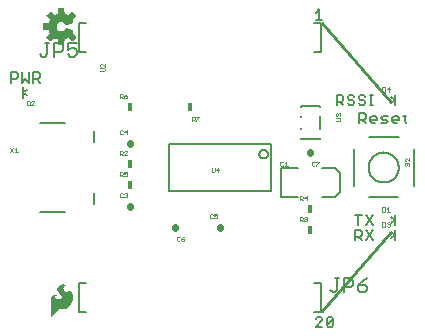
<source format=gbr>
G04 EAGLE Gerber RS-274X export*
G75*
%MOMM*%
%FSLAX34Y34*%
%LPD*%
%INSilkscreen Top*%
%IPPOS*%
%AMOC8*
5,1,8,0,0,1.08239X$1,22.5*%
G01*
%ADD10C,0.254000*%
%ADD11C,0.152400*%
%ADD12C,0.203200*%
%ADD13C,0.025400*%
%ADD14R,0.457200X0.762000*%
%ADD15C,0.558800*%
%ADD16C,0.127000*%

G36*
X57815Y243460D02*
X57815Y243460D01*
X57923Y243474D01*
X57935Y243480D01*
X57949Y243482D01*
X58045Y243534D01*
X58142Y243581D01*
X58152Y243591D01*
X58164Y243597D01*
X58238Y243677D01*
X58315Y243753D01*
X58321Y243765D01*
X58331Y243776D01*
X58376Y243874D01*
X58424Y243971D01*
X58428Y243989D01*
X58432Y243998D01*
X58434Y244019D01*
X58453Y244116D01*
X58896Y248467D01*
X60055Y248838D01*
X60073Y248848D01*
X60170Y248886D01*
X61252Y249443D01*
X64642Y246679D01*
X64736Y246625D01*
X64828Y246568D01*
X64841Y246565D01*
X64853Y246558D01*
X64960Y246537D01*
X65065Y246512D01*
X65079Y246514D01*
X65093Y246511D01*
X65200Y246526D01*
X65308Y246536D01*
X65321Y246542D01*
X65335Y246544D01*
X65432Y246592D01*
X65531Y246637D01*
X65544Y246648D01*
X65553Y246652D01*
X65568Y246668D01*
X65645Y246730D01*
X68230Y249315D01*
X68293Y249404D01*
X68359Y249489D01*
X68364Y249502D01*
X68372Y249514D01*
X68403Y249617D01*
X68439Y249720D01*
X68439Y249734D01*
X68443Y249747D01*
X68439Y249855D01*
X68440Y249964D01*
X68435Y249977D01*
X68435Y249991D01*
X68397Y250093D01*
X68362Y250195D01*
X68353Y250210D01*
X68349Y250219D01*
X68335Y250236D01*
X68281Y250318D01*
X65517Y253708D01*
X66074Y254790D01*
X66091Y254843D01*
X66117Y254892D01*
X66128Y254958D01*
X66149Y255022D01*
X66148Y255078D01*
X66157Y255132D01*
X66146Y255199D01*
X66145Y255266D01*
X66127Y255318D01*
X66118Y255373D01*
X66086Y255433D01*
X66063Y255496D01*
X66029Y255539D01*
X66003Y255589D01*
X65954Y255635D01*
X65912Y255687D01*
X65865Y255718D01*
X65825Y255756D01*
X65720Y255812D01*
X65707Y255820D01*
X65702Y255821D01*
X65695Y255825D01*
X60498Y257978D01*
X60398Y258001D01*
X60300Y258030D01*
X60280Y258029D01*
X60260Y258034D01*
X60158Y258024D01*
X60056Y258019D01*
X60037Y258012D01*
X60017Y258010D01*
X59924Y257968D01*
X59828Y257930D01*
X59813Y257917D01*
X59795Y257909D01*
X59720Y257839D01*
X59642Y257773D01*
X59627Y257752D01*
X59617Y257742D01*
X59605Y257721D01*
X59557Y257652D01*
X59062Y256768D01*
X58435Y256089D01*
X57666Y255575D01*
X56798Y255255D01*
X55881Y255147D01*
X54946Y255260D01*
X54065Y255591D01*
X53288Y256123D01*
X52659Y256824D01*
X52216Y257654D01*
X51982Y258566D01*
X51972Y259508D01*
X52186Y260424D01*
X52611Y261264D01*
X53224Y261978D01*
X53989Y262527D01*
X54863Y262878D01*
X55795Y263011D01*
X56732Y262919D01*
X57620Y262607D01*
X58408Y262092D01*
X59052Y261405D01*
X59558Y260506D01*
X59622Y260427D01*
X59681Y260345D01*
X59698Y260332D01*
X59711Y260316D01*
X59796Y260262D01*
X59879Y260202D01*
X59899Y260196D01*
X59917Y260185D01*
X60015Y260161D01*
X60113Y260131D01*
X60133Y260132D01*
X60154Y260127D01*
X60255Y260136D01*
X60356Y260139D01*
X60383Y260147D01*
X60397Y260148D01*
X60419Y260158D01*
X60498Y260182D01*
X65695Y262335D01*
X65742Y262364D01*
X65794Y262385D01*
X65845Y262428D01*
X65902Y262464D01*
X65937Y262507D01*
X65980Y262543D01*
X66014Y262600D01*
X66057Y262652D01*
X66076Y262704D01*
X66105Y262752D01*
X66119Y262818D01*
X66143Y262881D01*
X66145Y262936D01*
X66156Y262990D01*
X66149Y263057D01*
X66151Y263124D01*
X66135Y263178D01*
X66128Y263233D01*
X66084Y263344D01*
X66080Y263358D01*
X66077Y263362D01*
X66074Y263370D01*
X65517Y264452D01*
X68281Y267842D01*
X68335Y267936D01*
X68392Y268028D01*
X68395Y268041D01*
X68402Y268053D01*
X68423Y268160D01*
X68448Y268265D01*
X68446Y268279D01*
X68449Y268293D01*
X68434Y268400D01*
X68424Y268508D01*
X68418Y268521D01*
X68416Y268535D01*
X68368Y268632D01*
X68323Y268731D01*
X68312Y268744D01*
X68308Y268753D01*
X68292Y268768D01*
X68230Y268845D01*
X65645Y271430D01*
X65556Y271493D01*
X65471Y271559D01*
X65458Y271564D01*
X65446Y271572D01*
X65343Y271603D01*
X65240Y271639D01*
X65226Y271639D01*
X65213Y271643D01*
X65105Y271639D01*
X64996Y271640D01*
X64983Y271635D01*
X64969Y271635D01*
X64867Y271597D01*
X64765Y271562D01*
X64750Y271553D01*
X64741Y271549D01*
X64724Y271535D01*
X64642Y271481D01*
X61252Y268717D01*
X60170Y269274D01*
X60150Y269280D01*
X60055Y269322D01*
X58896Y269693D01*
X58453Y274044D01*
X58425Y274148D01*
X58400Y274254D01*
X58393Y274266D01*
X58390Y274279D01*
X58329Y274369D01*
X58272Y274462D01*
X58261Y274470D01*
X58253Y274482D01*
X58167Y274548D01*
X58083Y274617D01*
X58070Y274621D01*
X58059Y274630D01*
X57956Y274664D01*
X57855Y274703D01*
X57837Y274704D01*
X57828Y274708D01*
X57806Y274708D01*
X57708Y274717D01*
X54052Y274717D01*
X53945Y274700D01*
X53837Y274686D01*
X53825Y274680D01*
X53811Y274678D01*
X53715Y274626D01*
X53618Y274579D01*
X53608Y274569D01*
X53596Y274563D01*
X53522Y274483D01*
X53445Y274407D01*
X53439Y274395D01*
X53429Y274385D01*
X53384Y274286D01*
X53336Y274189D01*
X53332Y274171D01*
X53328Y274162D01*
X53326Y274141D01*
X53307Y274044D01*
X52864Y269693D01*
X51705Y269322D01*
X51687Y269312D01*
X51590Y269274D01*
X50508Y268717D01*
X47118Y271481D01*
X47024Y271535D01*
X46932Y271592D01*
X46919Y271595D01*
X46907Y271602D01*
X46800Y271623D01*
X46695Y271648D01*
X46681Y271646D01*
X46667Y271649D01*
X46560Y271634D01*
X46452Y271624D01*
X46439Y271618D01*
X46426Y271616D01*
X46328Y271568D01*
X46229Y271523D01*
X46216Y271512D01*
X46207Y271508D01*
X46192Y271492D01*
X46115Y271430D01*
X43530Y268845D01*
X43467Y268756D01*
X43401Y268671D01*
X43396Y268658D01*
X43388Y268646D01*
X43357Y268543D01*
X43321Y268440D01*
X43321Y268426D01*
X43317Y268413D01*
X43321Y268305D01*
X43320Y268196D01*
X43325Y268183D01*
X43325Y268169D01*
X43363Y268067D01*
X43398Y267965D01*
X43407Y267950D01*
X43411Y267941D01*
X43425Y267924D01*
X43479Y267842D01*
X46243Y264452D01*
X45686Y263370D01*
X45680Y263350D01*
X45638Y263255D01*
X45267Y262096D01*
X40916Y261653D01*
X40812Y261625D01*
X40706Y261600D01*
X40694Y261593D01*
X40681Y261590D01*
X40591Y261529D01*
X40498Y261472D01*
X40490Y261461D01*
X40478Y261453D01*
X40412Y261367D01*
X40344Y261283D01*
X40339Y261270D01*
X40330Y261259D01*
X40296Y261156D01*
X40257Y261055D01*
X40256Y261037D01*
X40252Y261028D01*
X40253Y261006D01*
X40243Y260908D01*
X40243Y257252D01*
X40260Y257145D01*
X40274Y257037D01*
X40280Y257025D01*
X40282Y257011D01*
X40334Y256915D01*
X40381Y256818D01*
X40391Y256808D01*
X40397Y256796D01*
X40477Y256722D01*
X40553Y256645D01*
X40565Y256639D01*
X40576Y256629D01*
X40674Y256584D01*
X40771Y256536D01*
X40789Y256532D01*
X40798Y256528D01*
X40819Y256526D01*
X40916Y256507D01*
X45267Y256064D01*
X45638Y254905D01*
X45648Y254887D01*
X45686Y254790D01*
X46243Y253708D01*
X43479Y250318D01*
X43425Y250224D01*
X43368Y250132D01*
X43365Y250119D01*
X43358Y250107D01*
X43337Y250000D01*
X43312Y249895D01*
X43314Y249881D01*
X43311Y249867D01*
X43326Y249760D01*
X43336Y249652D01*
X43342Y249639D01*
X43344Y249626D01*
X43392Y249528D01*
X43437Y249429D01*
X43448Y249416D01*
X43452Y249407D01*
X43468Y249392D01*
X43530Y249315D01*
X46115Y246730D01*
X46204Y246667D01*
X46289Y246601D01*
X46302Y246596D01*
X46314Y246588D01*
X46417Y246557D01*
X46520Y246521D01*
X46534Y246521D01*
X46547Y246517D01*
X46655Y246521D01*
X46764Y246520D01*
X46777Y246525D01*
X46791Y246525D01*
X46893Y246563D01*
X46995Y246598D01*
X47010Y246607D01*
X47019Y246611D01*
X47036Y246625D01*
X47118Y246679D01*
X50508Y249443D01*
X51590Y248886D01*
X51610Y248880D01*
X51705Y248838D01*
X52864Y248467D01*
X53307Y244116D01*
X53335Y244012D01*
X53360Y243906D01*
X53367Y243894D01*
X53370Y243881D01*
X53431Y243791D01*
X53488Y243698D01*
X53499Y243690D01*
X53507Y243678D01*
X53593Y243612D01*
X53677Y243544D01*
X53690Y243539D01*
X53701Y243530D01*
X53804Y243496D01*
X53905Y243457D01*
X53923Y243456D01*
X53932Y243452D01*
X53954Y243453D01*
X54052Y243443D01*
X57708Y243443D01*
X57815Y243460D01*
G37*
G36*
X47000Y12601D02*
X47000Y12601D01*
X47004Y12599D01*
X47074Y12635D01*
X47084Y12640D01*
X47085Y12641D01*
X51957Y18123D01*
X52811Y18905D01*
X53801Y19494D01*
X54152Y19621D01*
X54520Y19686D01*
X56795Y19686D01*
X56800Y19688D01*
X56806Y19686D01*
X58170Y19810D01*
X58180Y19816D01*
X58192Y19814D01*
X59511Y20182D01*
X59519Y20190D01*
X59532Y20191D01*
X60762Y20791D01*
X60769Y20798D01*
X60780Y20801D01*
X61937Y21618D01*
X61942Y21626D01*
X61951Y21629D01*
X62982Y22601D01*
X62985Y22609D01*
X62991Y22611D01*
X62992Y22613D01*
X62994Y22614D01*
X63879Y23721D01*
X63881Y23731D01*
X63890Y23738D01*
X64837Y25419D01*
X64838Y25430D01*
X64846Y25440D01*
X65474Y27264D01*
X65473Y27275D01*
X65480Y27286D01*
X65768Y29193D01*
X65765Y29204D01*
X65770Y29216D01*
X65768Y29268D01*
X65760Y29520D01*
X65756Y29646D01*
X65756Y29647D01*
X65748Y29899D01*
X65740Y30152D01*
X65736Y30278D01*
X65728Y30530D01*
X65717Y30909D01*
X65709Y31144D01*
X65705Y31153D01*
X65707Y31165D01*
X65500Y32204D01*
X65495Y32212D01*
X65495Y32223D01*
X65137Y33220D01*
X65131Y33227D01*
X65130Y33238D01*
X64628Y34172D01*
X64619Y34179D01*
X64616Y34191D01*
X63709Y35328D01*
X63698Y35334D01*
X63691Y35347D01*
X62565Y36268D01*
X62522Y36280D01*
X62481Y36296D01*
X62476Y36294D01*
X62470Y36295D01*
X62432Y36274D01*
X62392Y36255D01*
X62389Y36249D01*
X62385Y36247D01*
X62377Y36218D01*
X62359Y36170D01*
X62359Y35290D01*
X62343Y35170D01*
X62299Y35067D01*
X62025Y34727D01*
X61664Y34479D01*
X61490Y34414D01*
X60952Y34356D01*
X60422Y34454D01*
X59934Y34703D01*
X59032Y35354D01*
X58620Y35708D01*
X58269Y36118D01*
X57986Y36576D01*
X57780Y37070D01*
X57721Y37370D01*
X57733Y37673D01*
X57890Y38192D01*
X58176Y38652D01*
X58571Y39022D01*
X59052Y39277D01*
X59542Y39416D01*
X60053Y39473D01*
X60656Y39473D01*
X60657Y39473D01*
X60679Y39482D01*
X60747Y39511D01*
X60782Y39603D01*
X60778Y39612D01*
X60744Y39688D01*
X60742Y39691D01*
X60741Y39692D01*
X60740Y39693D01*
X60719Y39713D01*
X60712Y39716D01*
X60708Y39724D01*
X60273Y40062D01*
X60258Y40066D01*
X60246Y40078D01*
X59742Y40299D01*
X59741Y40299D01*
X59385Y40451D01*
X59157Y40552D01*
X59147Y40553D01*
X59137Y40559D01*
X58259Y40779D01*
X58250Y40778D01*
X58240Y40782D01*
X57340Y40868D01*
X57330Y40864D01*
X57318Y40868D01*
X56450Y40802D01*
X56439Y40796D01*
X56426Y40797D01*
X55586Y40566D01*
X55576Y40558D01*
X55563Y40557D01*
X54783Y40169D01*
X54776Y40161D01*
X54765Y40158D01*
X53988Y39598D01*
X53984Y39591D01*
X53975Y39587D01*
X53279Y38929D01*
X53274Y38918D01*
X53263Y38910D01*
X52832Y38307D01*
X52829Y38292D01*
X52817Y38279D01*
X52550Y37587D01*
X52550Y37571D01*
X52542Y37556D01*
X52455Y36819D01*
X52460Y36804D01*
X52456Y36787D01*
X52555Y36052D01*
X52563Y36039D01*
X52563Y36022D01*
X52843Y35334D01*
X52852Y35325D01*
X52855Y35311D01*
X54042Y33553D01*
X54050Y33548D01*
X54054Y33537D01*
X55507Y31996D01*
X55877Y31561D01*
X56117Y31058D01*
X56219Y30510D01*
X56176Y29954D01*
X55990Y29429D01*
X55675Y28969D01*
X55250Y28604D01*
X54707Y28311D01*
X54121Y28113D01*
X53511Y28016D01*
X52800Y28051D01*
X52122Y28258D01*
X51516Y28623D01*
X51203Y28951D01*
X50997Y29355D01*
X50904Y29771D01*
X50904Y30199D01*
X50997Y30614D01*
X51069Y30752D01*
X51187Y30866D01*
X52011Y31465D01*
X52144Y31536D01*
X52282Y31564D01*
X52440Y31548D01*
X52483Y31562D01*
X52528Y31573D01*
X52530Y31577D01*
X52534Y31578D01*
X52554Y31619D01*
X52577Y31658D01*
X52576Y31662D01*
X52578Y31666D01*
X52563Y31709D01*
X52550Y31753D01*
X52547Y31755D01*
X52546Y31759D01*
X52508Y31778D01*
X52472Y31799D01*
X51989Y31875D01*
X51984Y31874D01*
X51979Y31876D01*
X51039Y31949D01*
X51030Y31946D01*
X51019Y31949D01*
X50079Y31876D01*
X50069Y31871D01*
X50057Y31872D01*
X49358Y31688D01*
X49348Y31680D01*
X49334Y31679D01*
X48686Y31358D01*
X48678Y31349D01*
X48664Y31345D01*
X48094Y30900D01*
X48088Y30889D01*
X48076Y30883D01*
X47606Y30333D01*
X47602Y30321D01*
X47591Y30312D01*
X47190Y29580D01*
X47189Y29567D01*
X47180Y29556D01*
X46940Y28757D01*
X46941Y28744D01*
X46935Y28731D01*
X46865Y27900D01*
X46867Y27894D01*
X46865Y27889D01*
X46865Y12725D01*
X46867Y12720D01*
X46865Y12716D01*
X46886Y12676D01*
X46903Y12634D01*
X46908Y12633D01*
X46910Y12628D01*
X46953Y12615D01*
X46995Y12599D01*
X47000Y12601D01*
G37*
D10*
X276860Y17780D02*
X334010Y83820D01*
X334010Y195580D02*
X276860Y261620D01*
D11*
X13399Y220225D02*
X13399Y211582D01*
X13399Y220225D02*
X17721Y220225D01*
X19161Y218785D01*
X19161Y215904D01*
X17721Y214463D01*
X13399Y214463D01*
X22754Y211582D02*
X22754Y220225D01*
X25636Y214463D02*
X22754Y211582D01*
X25636Y214463D02*
X28517Y211582D01*
X28517Y220225D01*
X32110Y220225D02*
X32110Y211582D01*
X32110Y220225D02*
X36431Y220225D01*
X37872Y218785D01*
X37872Y215904D01*
X36431Y214463D01*
X32110Y214463D01*
X34991Y214463D02*
X37872Y211582D01*
X307513Y99575D02*
X307513Y90932D01*
X304632Y99575D02*
X310394Y99575D01*
X313987Y99575D02*
X319749Y90932D01*
X313987Y90932D02*
X319749Y99575D01*
X304632Y86875D02*
X304632Y78232D01*
X304632Y86875D02*
X308953Y86875D01*
X310394Y85435D01*
X310394Y82554D01*
X308953Y81113D01*
X304632Y81113D01*
X307513Y81113D02*
X310394Y78232D01*
X319749Y78232D02*
X313987Y86875D01*
X319749Y86875D02*
X313987Y78232D01*
X289040Y192532D02*
X289040Y201175D01*
X293361Y201175D01*
X294802Y199735D01*
X294802Y196854D01*
X293361Y195413D01*
X289040Y195413D01*
X291921Y195413D02*
X294802Y192532D01*
X302717Y201175D02*
X304157Y199735D01*
X302717Y201175D02*
X299835Y201175D01*
X298395Y199735D01*
X298395Y198294D01*
X299835Y196854D01*
X302717Y196854D01*
X304157Y195413D01*
X304157Y193973D01*
X302717Y192532D01*
X299835Y192532D01*
X298395Y193973D01*
X312072Y201175D02*
X313512Y199735D01*
X312072Y201175D02*
X309191Y201175D01*
X307750Y199735D01*
X307750Y198294D01*
X309191Y196854D01*
X312072Y196854D01*
X313512Y195413D01*
X313512Y193973D01*
X312072Y192532D01*
X309191Y192532D01*
X307750Y193973D01*
X317105Y192532D02*
X319986Y192532D01*
X318546Y192532D02*
X318546Y201175D01*
X319986Y201175D02*
X317105Y201175D01*
X271272Y270684D02*
X274153Y273565D01*
X274153Y264922D01*
X271272Y264922D02*
X277034Y264922D01*
X277034Y4572D02*
X271272Y4572D01*
X277034Y10334D01*
X277034Y11775D01*
X275594Y13215D01*
X272713Y13215D01*
X271272Y11775D01*
X280627Y11775D02*
X280627Y6013D01*
X280627Y11775D02*
X282068Y13215D01*
X284949Y13215D01*
X286389Y11775D01*
X286389Y6013D01*
X284949Y4572D01*
X282068Y4572D01*
X280627Y6013D01*
X286389Y11775D01*
X307863Y177292D02*
X307863Y185935D01*
X312185Y185935D01*
X313625Y184495D01*
X313625Y181614D01*
X312185Y180173D01*
X307863Y180173D01*
X310744Y180173D02*
X313625Y177292D01*
X318659Y177292D02*
X321540Y177292D01*
X318659Y177292D02*
X317218Y178733D01*
X317218Y181614D01*
X318659Y183054D01*
X321540Y183054D01*
X322981Y181614D01*
X322981Y180173D01*
X317218Y180173D01*
X326574Y177292D02*
X330895Y177292D01*
X332336Y178733D01*
X330895Y180173D01*
X328014Y180173D01*
X326574Y181614D01*
X328014Y183054D01*
X332336Y183054D01*
X337369Y177292D02*
X340250Y177292D01*
X337369Y177292D02*
X335929Y178733D01*
X335929Y181614D01*
X337369Y183054D01*
X340250Y183054D01*
X341691Y181614D01*
X341691Y180173D01*
X335929Y180173D01*
X346725Y178733D02*
X346725Y184495D01*
X346725Y178733D02*
X348165Y177292D01*
X348165Y183054D02*
X345284Y183054D01*
D12*
X76500Y262200D02*
X71000Y262200D01*
X71000Y237200D01*
X76500Y237200D01*
X269500Y237200D02*
X276000Y237200D01*
X276000Y262200D01*
X269500Y262200D01*
X76500Y42200D02*
X71000Y42200D01*
X71000Y17200D01*
X76500Y17200D01*
X269500Y17200D02*
X276000Y17200D01*
X276000Y42200D01*
X269500Y42200D01*
D13*
X92201Y221243D02*
X89024Y221243D01*
X92201Y221243D02*
X92837Y221878D01*
X92837Y223149D01*
X92201Y223785D01*
X89024Y223785D01*
X92837Y224985D02*
X92837Y227527D01*
X92837Y224985D02*
X90295Y227527D01*
X89659Y227527D01*
X89024Y226892D01*
X89024Y225620D01*
X89659Y224985D01*
D12*
X58800Y177700D02*
X37800Y177700D01*
X83800Y170700D02*
X83800Y161700D01*
X83800Y117700D02*
X83800Y108700D01*
X58800Y101700D02*
X37800Y101700D01*
D13*
X15369Y152527D02*
X12827Y156340D01*
X15369Y156340D02*
X12827Y152527D01*
X16569Y155069D02*
X17840Y156340D01*
X17840Y152527D01*
X16569Y152527D02*
X19111Y152527D01*
D11*
X258596Y163576D02*
X274804Y163576D01*
X274804Y192024D02*
X258596Y192024D01*
X274804Y183024D02*
X274804Y172576D01*
X258596Y182076D02*
X258596Y183024D01*
X258596Y173524D02*
X258596Y172576D01*
X258596Y191076D02*
X258596Y192024D01*
X258596Y164524D02*
X258596Y163576D01*
X274804Y163576D02*
X274804Y164524D01*
X274804Y191076D02*
X274804Y192024D01*
D13*
X288414Y179333D02*
X291591Y179333D01*
X292227Y179968D01*
X292227Y181239D01*
X291591Y181875D01*
X288414Y181875D01*
X289049Y183075D02*
X288414Y183710D01*
X288414Y184982D01*
X289049Y185617D01*
X289685Y185617D01*
X290320Y184982D01*
X290320Y184346D01*
X290320Y184982D02*
X290956Y185617D01*
X291591Y185617D01*
X292227Y184982D01*
X292227Y183710D01*
X291591Y183075D01*
D12*
X256700Y115000D02*
X241700Y115000D01*
X241700Y139000D01*
X256700Y139000D01*
X276700Y115000D02*
X287700Y115000D01*
X291700Y119000D01*
X291700Y135000D01*
X287700Y139000D01*
X276700Y139000D01*
D13*
X243969Y144115D02*
X243334Y144750D01*
X242063Y144750D01*
X241427Y144115D01*
X241427Y141573D01*
X242063Y140937D01*
X243334Y140937D01*
X243969Y141573D01*
X245169Y143479D02*
X246440Y144750D01*
X246440Y140937D01*
X245169Y140937D02*
X247711Y140937D01*
D12*
X233807Y159258D02*
X147193Y159258D01*
X147193Y120142D01*
X233807Y120142D01*
X233807Y159258D01*
X223738Y151130D02*
X223740Y151249D01*
X223746Y151369D01*
X223756Y151488D01*
X223770Y151606D01*
X223788Y151724D01*
X223809Y151842D01*
X223835Y151958D01*
X223864Y152074D01*
X223898Y152189D01*
X223935Y152302D01*
X223976Y152414D01*
X224020Y152525D01*
X224068Y152635D01*
X224120Y152742D01*
X224175Y152848D01*
X224234Y152952D01*
X224297Y153054D01*
X224362Y153153D01*
X224431Y153251D01*
X224503Y153346D01*
X224578Y153439D01*
X224657Y153529D01*
X224738Y153617D01*
X224822Y153701D01*
X224909Y153783D01*
X224998Y153862D01*
X225090Y153938D01*
X225185Y154011D01*
X225282Y154081D01*
X225381Y154147D01*
X225483Y154210D01*
X225586Y154270D01*
X225691Y154326D01*
X225798Y154379D01*
X225907Y154428D01*
X226018Y154474D01*
X226130Y154515D01*
X226243Y154553D01*
X226357Y154588D01*
X226473Y154618D01*
X226589Y154645D01*
X226706Y154667D01*
X226824Y154686D01*
X226943Y154701D01*
X227062Y154712D01*
X227181Y154719D01*
X227300Y154722D01*
X227420Y154721D01*
X227539Y154716D01*
X227658Y154707D01*
X227777Y154694D01*
X227895Y154677D01*
X228012Y154657D01*
X228129Y154632D01*
X228245Y154603D01*
X228360Y154571D01*
X228474Y154535D01*
X228587Y154495D01*
X228698Y154451D01*
X228807Y154404D01*
X228915Y154353D01*
X229022Y154299D01*
X229126Y154241D01*
X229228Y154179D01*
X229329Y154115D01*
X229427Y154046D01*
X229523Y153975D01*
X229616Y153901D01*
X229707Y153823D01*
X229795Y153743D01*
X229880Y153659D01*
X229963Y153573D01*
X230043Y153484D01*
X230120Y153393D01*
X230193Y153299D01*
X230264Y153202D01*
X230331Y153104D01*
X230395Y153003D01*
X230456Y152900D01*
X230513Y152795D01*
X230566Y152689D01*
X230616Y152580D01*
X230663Y152470D01*
X230705Y152359D01*
X230744Y152246D01*
X230780Y152132D01*
X230811Y152016D01*
X230838Y151900D01*
X230862Y151783D01*
X230882Y151665D01*
X230898Y151547D01*
X230910Y151428D01*
X230918Y151309D01*
X230922Y151190D01*
X230922Y151070D01*
X230918Y150951D01*
X230910Y150832D01*
X230898Y150713D01*
X230882Y150595D01*
X230862Y150477D01*
X230838Y150360D01*
X230811Y150244D01*
X230780Y150128D01*
X230744Y150014D01*
X230705Y149901D01*
X230663Y149790D01*
X230616Y149680D01*
X230566Y149571D01*
X230513Y149465D01*
X230456Y149360D01*
X230395Y149257D01*
X230331Y149156D01*
X230264Y149058D01*
X230193Y148961D01*
X230120Y148867D01*
X230043Y148776D01*
X229963Y148687D01*
X229880Y148601D01*
X229795Y148517D01*
X229707Y148437D01*
X229616Y148359D01*
X229523Y148285D01*
X229427Y148214D01*
X229329Y148145D01*
X229228Y148081D01*
X229126Y148019D01*
X229022Y147961D01*
X228915Y147907D01*
X228807Y147856D01*
X228698Y147809D01*
X228587Y147765D01*
X228474Y147725D01*
X228360Y147689D01*
X228245Y147657D01*
X228129Y147628D01*
X228012Y147603D01*
X227895Y147583D01*
X227777Y147566D01*
X227658Y147553D01*
X227539Y147544D01*
X227420Y147539D01*
X227300Y147538D01*
X227181Y147541D01*
X227062Y147548D01*
X226943Y147559D01*
X226824Y147574D01*
X226706Y147593D01*
X226589Y147615D01*
X226473Y147642D01*
X226357Y147672D01*
X226243Y147707D01*
X226130Y147745D01*
X226018Y147786D01*
X225907Y147832D01*
X225798Y147881D01*
X225691Y147934D01*
X225586Y147990D01*
X225483Y148050D01*
X225381Y148113D01*
X225282Y148179D01*
X225185Y148249D01*
X225090Y148322D01*
X224998Y148398D01*
X224909Y148477D01*
X224822Y148559D01*
X224738Y148643D01*
X224657Y148731D01*
X224578Y148821D01*
X224503Y148914D01*
X224431Y149009D01*
X224362Y149107D01*
X224297Y149206D01*
X224234Y149308D01*
X224175Y149412D01*
X224120Y149518D01*
X224068Y149625D01*
X224020Y149735D01*
X223976Y149846D01*
X223935Y149958D01*
X223898Y150071D01*
X223864Y150186D01*
X223835Y150302D01*
X223809Y150418D01*
X223788Y150536D01*
X223770Y150654D01*
X223756Y150772D01*
X223746Y150891D01*
X223740Y151011D01*
X223738Y151130D01*
D13*
X183143Y139576D02*
X183143Y136399D01*
X183778Y135763D01*
X185049Y135763D01*
X185685Y136399D01*
X185685Y139576D01*
X188792Y139576D02*
X188792Y135763D01*
X186885Y137670D02*
X188792Y139576D01*
X189427Y137670D02*
X186885Y137670D01*
D14*
X114300Y142240D03*
D13*
X105537Y149987D02*
X105537Y153800D01*
X107444Y153800D01*
X108079Y153165D01*
X108079Y151894D01*
X107444Y151258D01*
X105537Y151258D01*
X106808Y151258D02*
X108079Y149987D01*
X109279Y149987D02*
X111821Y149987D01*
X109279Y149987D02*
X111821Y152529D01*
X111821Y153165D01*
X111186Y153800D01*
X109915Y153800D01*
X109279Y153165D01*
D14*
X114300Y124460D03*
D13*
X105537Y132207D02*
X105537Y136020D01*
X107444Y136020D01*
X108079Y135385D01*
X108079Y134114D01*
X107444Y133478D01*
X105537Y133478D01*
X106808Y133478D02*
X108079Y132207D01*
X109279Y136020D02*
X111821Y136020D01*
X109279Y136020D02*
X109279Y134114D01*
X110550Y134749D01*
X111186Y134749D01*
X111821Y134114D01*
X111821Y132843D01*
X111186Y132207D01*
X109915Y132207D01*
X109279Y132843D01*
D15*
X114300Y106985D02*
X114300Y106375D01*
D13*
X108079Y117605D02*
X107444Y118240D01*
X106173Y118240D01*
X105537Y117605D01*
X105537Y115063D01*
X106173Y114427D01*
X107444Y114427D01*
X108079Y115063D01*
X109279Y117605D02*
X109915Y118240D01*
X111186Y118240D01*
X111821Y117605D01*
X111821Y116969D01*
X111186Y116334D01*
X110550Y116334D01*
X111186Y116334D02*
X111821Y115698D01*
X111821Y115063D01*
X111186Y114427D01*
X109915Y114427D01*
X109279Y115063D01*
D15*
X114300Y159715D02*
X114300Y160325D01*
D13*
X108079Y170945D02*
X107444Y171580D01*
X106173Y171580D01*
X105537Y170945D01*
X105537Y168403D01*
X106173Y167767D01*
X107444Y167767D01*
X108079Y168403D01*
X111186Y167767D02*
X111186Y171580D01*
X109279Y169674D01*
X111821Y169674D01*
D14*
X114300Y190500D03*
D13*
X105537Y198247D02*
X105537Y202060D01*
X107444Y202060D01*
X108079Y201425D01*
X108079Y200154D01*
X107444Y199518D01*
X105537Y199518D01*
X106808Y199518D02*
X108079Y198247D01*
X110550Y201425D02*
X111821Y202060D01*
X110550Y201425D02*
X109279Y200154D01*
X109279Y198883D01*
X109915Y198247D01*
X111186Y198247D01*
X111821Y198883D01*
X111821Y199518D01*
X111186Y200154D01*
X109279Y200154D01*
D14*
X165100Y190500D03*
D13*
X166633Y182756D02*
X166633Y178943D01*
X166633Y182756D02*
X168539Y182756D01*
X169175Y182121D01*
X169175Y180850D01*
X168539Y180214D01*
X166633Y180214D01*
X167904Y180214D02*
X169175Y178943D01*
X170375Y182756D02*
X172917Y182756D01*
X172917Y182121D01*
X170375Y179579D01*
X170375Y178943D01*
D14*
X266700Y104140D03*
D13*
X257937Y111887D02*
X257937Y115700D01*
X259844Y115700D01*
X260479Y115065D01*
X260479Y113794D01*
X259844Y113158D01*
X257937Y113158D01*
X259208Y113158D02*
X260479Y111887D01*
X263586Y111887D02*
X263586Y115700D01*
X261679Y113794D01*
X264221Y113794D01*
D14*
X266700Y86360D03*
D13*
X257937Y94107D02*
X257937Y97920D01*
X259844Y97920D01*
X260479Y97285D01*
X260479Y96014D01*
X259844Y95378D01*
X257937Y95378D01*
X259208Y95378D02*
X260479Y94107D01*
X261679Y97285D02*
X262315Y97920D01*
X263586Y97920D01*
X264221Y97285D01*
X264221Y96649D01*
X263586Y96014D01*
X264221Y95378D01*
X264221Y94743D01*
X263586Y94107D01*
X262315Y94107D01*
X261679Y94743D01*
X261679Y95378D01*
X262315Y96014D01*
X261679Y96649D01*
X261679Y97285D01*
X262315Y96014D02*
X263586Y96014D01*
D15*
X190500Y89205D02*
X190500Y88595D01*
D13*
X184279Y99825D02*
X183644Y100460D01*
X182373Y100460D01*
X181737Y99825D01*
X181737Y97283D01*
X182373Y96647D01*
X183644Y96647D01*
X184279Y97283D01*
X185479Y100460D02*
X188021Y100460D01*
X185479Y100460D02*
X185479Y98554D01*
X186750Y99189D01*
X187386Y99189D01*
X188021Y98554D01*
X188021Y97283D01*
X187386Y96647D01*
X186115Y96647D01*
X185479Y97283D01*
D15*
X152400Y89205D02*
X152400Y88595D01*
D13*
X155839Y81156D02*
X156475Y80521D01*
X155839Y81156D02*
X154568Y81156D01*
X153933Y80521D01*
X153933Y77979D01*
X154568Y77343D01*
X155839Y77343D01*
X156475Y77979D01*
X158946Y80521D02*
X160217Y81156D01*
X158946Y80521D02*
X157675Y79250D01*
X157675Y77979D01*
X158310Y77343D01*
X159582Y77343D01*
X160217Y77979D01*
X160217Y78614D01*
X159582Y79250D01*
X157675Y79250D01*
D15*
X266700Y152095D02*
X266700Y152705D01*
D13*
X270139Y144656D02*
X270775Y144021D01*
X270139Y144656D02*
X268868Y144656D01*
X268233Y144021D01*
X268233Y141479D01*
X268868Y140843D01*
X270139Y140843D01*
X270775Y141479D01*
X271975Y144656D02*
X274517Y144656D01*
X274517Y144021D01*
X271975Y141479D01*
X271975Y140843D01*
D16*
X39880Y233553D02*
X37973Y235460D01*
X39880Y233553D02*
X41786Y233553D01*
X43693Y235460D01*
X43693Y244993D01*
X41786Y244993D02*
X45600Y244993D01*
X49667Y244993D02*
X49667Y233553D01*
X49667Y244993D02*
X55387Y244993D01*
X57293Y243086D01*
X57293Y239273D01*
X55387Y237366D01*
X49667Y237366D01*
X61361Y244993D02*
X68987Y244993D01*
X61361Y244993D02*
X61361Y239273D01*
X65174Y241180D01*
X67081Y241180D01*
X68987Y239273D01*
X68987Y235460D01*
X67081Y233553D01*
X63268Y233553D01*
X61361Y235460D01*
X283815Y36324D02*
X285722Y34417D01*
X287628Y34417D01*
X289535Y36324D01*
X289535Y45857D01*
X287628Y45857D02*
X291442Y45857D01*
X295509Y45857D02*
X295509Y34417D01*
X295509Y45857D02*
X301229Y45857D01*
X303136Y43950D01*
X303136Y40137D01*
X301229Y38230D01*
X295509Y38230D01*
X311016Y43950D02*
X314829Y45857D01*
X311016Y43950D02*
X307203Y40137D01*
X307203Y36324D01*
X309110Y34417D01*
X312923Y34417D01*
X314829Y36324D01*
X314829Y38230D01*
X312923Y40137D01*
X307203Y40137D01*
D12*
X316530Y165100D02*
X341630Y165100D01*
X354330Y155100D02*
X354330Y124300D01*
X341330Y114300D02*
X316530Y114300D01*
X303530Y124300D02*
X303530Y155100D01*
X316230Y139700D02*
X316234Y140012D01*
X316245Y140323D01*
X316264Y140634D01*
X316291Y140945D01*
X316326Y141255D01*
X316367Y141563D01*
X316417Y141871D01*
X316474Y142178D01*
X316539Y142483D01*
X316611Y142786D01*
X316690Y143087D01*
X316777Y143387D01*
X316871Y143684D01*
X316972Y143979D01*
X317081Y144271D01*
X317197Y144560D01*
X317320Y144847D01*
X317449Y145130D01*
X317586Y145410D01*
X317730Y145687D01*
X317880Y145960D01*
X318037Y146229D01*
X318200Y146494D01*
X318370Y146756D01*
X318547Y147013D01*
X318729Y147265D01*
X318918Y147513D01*
X319113Y147757D01*
X319313Y147995D01*
X319520Y148229D01*
X319732Y148457D01*
X319950Y148680D01*
X320173Y148898D01*
X320401Y149110D01*
X320635Y149317D01*
X320873Y149517D01*
X321117Y149712D01*
X321365Y149901D01*
X321617Y150083D01*
X321874Y150260D01*
X322136Y150430D01*
X322401Y150593D01*
X322670Y150750D01*
X322943Y150900D01*
X323220Y151044D01*
X323500Y151181D01*
X323783Y151310D01*
X324070Y151433D01*
X324359Y151549D01*
X324651Y151658D01*
X324946Y151759D01*
X325243Y151853D01*
X325543Y151940D01*
X325844Y152019D01*
X326147Y152091D01*
X326452Y152156D01*
X326759Y152213D01*
X327067Y152263D01*
X327375Y152304D01*
X327685Y152339D01*
X327996Y152366D01*
X328307Y152385D01*
X328618Y152396D01*
X328930Y152400D01*
X329242Y152396D01*
X329553Y152385D01*
X329864Y152366D01*
X330175Y152339D01*
X330485Y152304D01*
X330793Y152263D01*
X331101Y152213D01*
X331408Y152156D01*
X331713Y152091D01*
X332016Y152019D01*
X332317Y151940D01*
X332617Y151853D01*
X332914Y151759D01*
X333209Y151658D01*
X333501Y151549D01*
X333790Y151433D01*
X334077Y151310D01*
X334360Y151181D01*
X334640Y151044D01*
X334917Y150900D01*
X335190Y150750D01*
X335459Y150593D01*
X335724Y150430D01*
X335986Y150260D01*
X336243Y150083D01*
X336495Y149901D01*
X336743Y149712D01*
X336987Y149517D01*
X337225Y149317D01*
X337459Y149110D01*
X337687Y148898D01*
X337910Y148680D01*
X338128Y148457D01*
X338340Y148229D01*
X338547Y147995D01*
X338747Y147757D01*
X338942Y147513D01*
X339131Y147265D01*
X339313Y147013D01*
X339490Y146756D01*
X339660Y146494D01*
X339823Y146229D01*
X339980Y145960D01*
X340130Y145687D01*
X340274Y145410D01*
X340411Y145130D01*
X340540Y144847D01*
X340663Y144560D01*
X340779Y144271D01*
X340888Y143979D01*
X340989Y143684D01*
X341083Y143387D01*
X341170Y143087D01*
X341249Y142786D01*
X341321Y142483D01*
X341386Y142178D01*
X341443Y141871D01*
X341493Y141563D01*
X341534Y141255D01*
X341569Y140945D01*
X341596Y140634D01*
X341615Y140323D01*
X341626Y140012D01*
X341630Y139700D01*
X341626Y139388D01*
X341615Y139077D01*
X341596Y138766D01*
X341569Y138455D01*
X341534Y138145D01*
X341493Y137837D01*
X341443Y137529D01*
X341386Y137222D01*
X341321Y136917D01*
X341249Y136614D01*
X341170Y136313D01*
X341083Y136013D01*
X340989Y135716D01*
X340888Y135421D01*
X340779Y135129D01*
X340663Y134840D01*
X340540Y134553D01*
X340411Y134270D01*
X340274Y133990D01*
X340130Y133713D01*
X339980Y133440D01*
X339823Y133171D01*
X339660Y132906D01*
X339490Y132644D01*
X339313Y132387D01*
X339131Y132135D01*
X338942Y131887D01*
X338747Y131643D01*
X338547Y131405D01*
X338340Y131171D01*
X338128Y130943D01*
X337910Y130720D01*
X337687Y130502D01*
X337459Y130290D01*
X337225Y130083D01*
X336987Y129883D01*
X336743Y129688D01*
X336495Y129499D01*
X336243Y129317D01*
X335986Y129140D01*
X335724Y128970D01*
X335459Y128807D01*
X335190Y128650D01*
X334917Y128500D01*
X334640Y128356D01*
X334360Y128219D01*
X334077Y128090D01*
X333790Y127967D01*
X333501Y127851D01*
X333209Y127742D01*
X332914Y127641D01*
X332617Y127547D01*
X332317Y127460D01*
X332016Y127381D01*
X331713Y127309D01*
X331408Y127244D01*
X331101Y127187D01*
X330793Y127137D01*
X330485Y127096D01*
X330175Y127061D01*
X329864Y127034D01*
X329553Y127015D01*
X329242Y127004D01*
X328930Y127000D01*
X328618Y127004D01*
X328307Y127015D01*
X327996Y127034D01*
X327685Y127061D01*
X327375Y127096D01*
X327067Y127137D01*
X326759Y127187D01*
X326452Y127244D01*
X326147Y127309D01*
X325844Y127381D01*
X325543Y127460D01*
X325243Y127547D01*
X324946Y127641D01*
X324651Y127742D01*
X324359Y127851D01*
X324070Y127967D01*
X323783Y128090D01*
X323500Y128219D01*
X323220Y128356D01*
X322943Y128500D01*
X322670Y128650D01*
X322401Y128807D01*
X322136Y128970D01*
X321874Y129140D01*
X321617Y129317D01*
X321365Y129499D01*
X321117Y129688D01*
X320873Y129883D01*
X320635Y130083D01*
X320401Y130290D01*
X320173Y130502D01*
X319950Y130720D01*
X319732Y130943D01*
X319520Y131171D01*
X319313Y131405D01*
X319113Y131643D01*
X318918Y131887D01*
X318729Y132135D01*
X318547Y132387D01*
X318370Y132644D01*
X318200Y132906D01*
X318037Y133171D01*
X317880Y133440D01*
X317730Y133713D01*
X317586Y133990D01*
X317449Y134270D01*
X317320Y134553D01*
X317197Y134840D01*
X317081Y135129D01*
X316972Y135421D01*
X316871Y135716D01*
X316777Y136013D01*
X316690Y136313D01*
X316611Y136614D01*
X316539Y136917D01*
X316474Y137222D01*
X316417Y137529D01*
X316367Y137837D01*
X316326Y138145D01*
X316291Y138455D01*
X316264Y138766D01*
X316245Y139077D01*
X316234Y139388D01*
X316230Y139700D01*
D13*
X346834Y143139D02*
X347469Y143775D01*
X346834Y143139D02*
X346834Y141868D01*
X347469Y141233D01*
X348105Y141233D01*
X348740Y141868D01*
X348740Y143139D01*
X349376Y143775D01*
X350011Y143775D01*
X350647Y143139D01*
X350647Y141868D01*
X350011Y141233D01*
X350647Y144975D02*
X350647Y147517D01*
X350647Y144975D02*
X348105Y147517D01*
X347469Y147517D01*
X346834Y146882D01*
X346834Y145610D01*
X347469Y144975D01*
D12*
X338250Y95250D02*
X338250Y90650D01*
X338250Y95250D02*
X338250Y99850D01*
X338250Y95250D02*
X335150Y92912D01*
X338096Y95504D02*
X335150Y97434D01*
D13*
X327787Y102362D02*
X327787Y106175D01*
X327787Y102362D02*
X329694Y102362D01*
X330329Y102998D01*
X330329Y105540D01*
X329694Y106175D01*
X327787Y106175D01*
X331529Y104904D02*
X332800Y106175D01*
X332800Y102362D01*
X331529Y102362D02*
X334071Y102362D01*
D12*
X23700Y203200D02*
X23700Y207800D01*
X23700Y203200D02*
X23700Y198600D01*
X23700Y203200D02*
X26800Y205538D01*
X23854Y202946D02*
X26800Y201016D01*
D13*
X26933Y196091D02*
X26933Y192278D01*
X28839Y192278D01*
X29475Y192914D01*
X29475Y195456D01*
X28839Y196091D01*
X26933Y196091D01*
X30675Y192278D02*
X33217Y192278D01*
X30675Y192278D02*
X33217Y194820D01*
X33217Y195456D01*
X32582Y196091D01*
X31310Y196091D01*
X30675Y195456D01*
D12*
X338250Y82550D02*
X338250Y77950D01*
X338250Y82550D02*
X338250Y87150D01*
X338250Y82550D02*
X335150Y80212D01*
X338096Y82804D02*
X335150Y84734D01*
D13*
X327787Y89662D02*
X327787Y93475D01*
X327787Y89662D02*
X329694Y89662D01*
X330329Y90298D01*
X330329Y92840D01*
X329694Y93475D01*
X327787Y93475D01*
X331529Y92840D02*
X332165Y93475D01*
X333436Y93475D01*
X334071Y92840D01*
X334071Y92204D01*
X333436Y91569D01*
X332800Y91569D01*
X333436Y91569D02*
X334071Y90933D01*
X334071Y90298D01*
X333436Y89662D01*
X332165Y89662D01*
X331529Y90298D01*
D12*
X338250Y192250D02*
X338250Y196850D01*
X338250Y201450D01*
X338250Y196850D02*
X335150Y194512D01*
X338096Y197104D02*
X335150Y199034D01*
D13*
X327787Y203962D02*
X327787Y207775D01*
X327787Y203962D02*
X329694Y203962D01*
X330329Y204598D01*
X330329Y207140D01*
X329694Y207775D01*
X327787Y207775D01*
X333436Y207775D02*
X333436Y203962D01*
X331529Y205869D02*
X333436Y207775D01*
X334071Y205869D02*
X331529Y205869D01*
M02*

</source>
